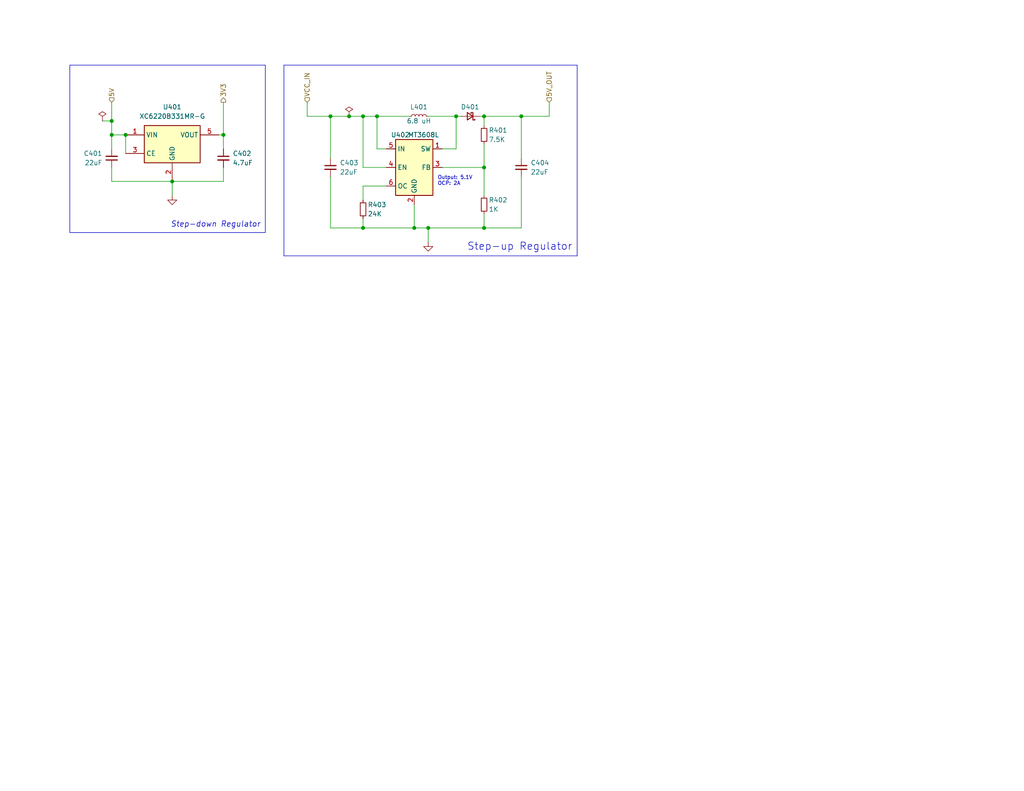
<source format=kicad_sch>
(kicad_sch (version 20230121) (generator eeschema)
  (paper "USLetter")
  (title_block (title "Power Management") (date "2023-02-08") (rev "A") (company "Joshua Butler, MD, MHI"))
  (lib_symbols
    (symbol "Device:C_Small" (pin_numbers hide) (pin_names (offset 0.254) hide)
      (property "Reference" "C" (at 0.254 1.778 0))
      (property "Value" "C_Small" (at 0.254 -2.032 0))
      (symbol "C_Small_0_1"
        (polyline (pts (xy -1.524 -0.508) (xy 1.524 -0.508)) (stroke (width 0.3302)))
        (polyline (pts (xy -1.524 0.508) (xy 1.524 0.508)) (stroke (width 0.3048)))
      )
      (symbol "C_Small_1_1"
        (pin passive line (at 0 2.54 270) (length 2.032) (name "~") (number "1"))
        (pin passive line (at 0 -2.54 90) (length 2.032) (name "~") (number "2"))
      )
    )
    (symbol "Device:D_Schottky_Small" (pin_numbers hide) (pin_names (offset 0.254) hide)
      (property "Reference" "D" (at -1.27 2.032 0))
      (property "Value" "D_Schottky_Small" (at -7.112 -2.032 0))
      (symbol "D_Schottky_Small_0_1"
        (polyline (pts (xy -0.762 0) (xy 0.762 0)))
        (polyline (pts (xy 0.762 -1.016) (xy -0.762 0) (xy 0.762 1.016) (xy 0.762 -1.016)) (stroke (width 0.254)))
        (polyline (pts (xy -1.27 0.762) (xy -1.27 1.016) (xy -0.762 1.016) (xy -0.762 -1.016) (xy -0.254 -1.016) (xy -0.254 -0.762)) (stroke (width 0.254)))
      )
      (symbol "D_Schottky_Small_1_1"
        (pin passive line (at -2.54 0 0) (length 1.778) (name "K") (number "1"))
        (pin passive line (at 2.54 0 180) (length 1.778) (name "A") (number "2"))
      )
    )
    (symbol "Device:L_Small" (pin_numbers hide) (pin_names (offset 0.254) hide)
      (property "Reference" "L" (at 0.762 1.016 0))
      (property "Value" "L_Small" (at 0.762 -1.016 0))
      (symbol "L_Small_0_1"
        (arc (start 0 -2.032) (mid 0.5058 -1.524) (end 0 -1.016))
        (arc (start 0 -1.016) (mid 0.5058 -0.508) (end 0 0))
        (arc (start 0 0) (mid 0.5058 0.508) (end 0 1.016))
        (arc (start 0 1.016) (mid 0.5058 1.524) (end 0 2.032))
      )
      (symbol "L_Small_1_1"
        (pin passive line (at 0 2.54 270) (length 0.508) (name "~") (number "1"))
        (pin passive line (at 0 -2.54 90) (length 0.508) (name "~") (number "2"))
      )
    )
    (symbol "Device:R_Small" (pin_numbers hide) (pin_names (offset 0.254) hide)
      (property "Reference" "R" (at 0.762 0.508 0))
      (property "Value" "R_Small" (at 0.762 -1.016 0))
      (symbol "R_Small_0_1"
        (rectangle (start -0.762 1.778) (end 0.762 -1.778) (stroke (width 0.2032)))
      )
      (symbol "R_Small_1_1"
        (pin passive line (at 0 2.54 270) (length 0.762) (name "~") (number "1"))
        (pin passive line (at 0 -2.54 90) (length 0.762) (name "~") (number "2"))
      )
    )
    (symbol "Regulator_Linear:XC6220B331MR"
      (property "Reference" "U" (at 0 8.89 0))
      (property "Value" "XC6220B331MR" (at 0 6.35 0))
      (symbol "XC6220B331MR_0_1"
        (rectangle (start -7.62 5.08) (end 7.62 -5.08) (stroke (width 0.254)) (fill (type background)))
      )
      (symbol "XC6220B331MR_1_1"
        (pin power_in line (at -12.7 2.54 0) (length 5.08) (name "VIN") (number "1"))
        (pin power_in line (at 0 -10.16 90) (length 5.08) (name "GND") (number "2"))
        (pin input line (at -12.7 -2.54 0) (length 5.08) (name "CE") (number "3"))
        (pin no_connect line (at 7.62 -2.54 180) (length 5.08) hide (name "NC") (number "4"))
        (pin power_out line (at 12.7 2.54 180) (length 5.08) (name "VOUT") (number "5"))
      )
    )
    (symbol "User Symbols:MT3608L"
      (property "Reference" "U" (at -3.81 6.35 0))
      (property "Value" "MT3608L" (at 2.54 6.35 0))
      (symbol "MT3608L_0_1"
        (rectangle (start -5.08 5.08) (end 5.08 -10.16) (stroke (width 0.254)) (fill (type background)))
      )
      (symbol "MT3608L_1_1"
        (pin passive line (at 7.62 2.54 180) (length 2.54) (name "SW") (number "1"))
        (pin power_in line (at 0 -12.7 90) (length 2.54) (name "GND") (number "2"))
        (pin input line (at 7.62 -2.54 180) (length 2.54) (name "FB") (number "3"))
        (pin input line (at -7.62 -2.54 0) (length 2.54) (name "EN") (number "4"))
        (pin power_in line (at -7.62 2.54 0) (length 2.54) (name "IN") (number "5"))
        (pin passive line (at -7.62 -7.62 0) (length 2.54) (name "OC") (number "6"))
      )
    )
    (symbol "power:GND" (power) (pin_names (offset 0))
      (property "Value" "GND" (at 0 -3.81 0))
      (symbol "GND_0_1"
        (polyline (pts (xy 0 0) (xy 0 -1.27) (xy 1.27 -1.27) (xy 0 -2.54) (xy -1.27 -1.27) (xy 0 -1.27)))
      )
      (symbol "GND_1_1"
        (pin power_in line (at 0 0 270) (length 0) hide (name "GND") (number "1"))
      )
    )
    (symbol "power:PWR_FLAG" (power) (pin_numbers hide) (pin_names (offset 0) hide)
      (property "Value" "PWR_FLAG" (at 0 3.81 0))
      (symbol "PWR_FLAG_0_0"
        (pin power_out line (at 0 0 90) (length 0) (name "pwr") (number "1"))
      )
      (symbol "PWR_FLAG_0_1"
        (polyline (pts (xy 0 0) (xy 0 1.27) (xy -1.016 1.905) (xy 0 2.54) (xy 1.016 1.905) (xy 0 1.27)))
      )
    )
  )
  (junction (at 60.96 36.83))
  (junction (at 113.03 62.23))
  (junction (at 34.29 36.83))
  (junction (at 142.24 31.75))
  (junction (at 30.48 36.83))
  (junction (at 46.99 49.53))
  (junction (at 102.87 31.75))
  (junction (at 95.25 31.75))
  (junction (at 124.46 31.75))
  (junction (at 132.08 31.75))
  (junction (at 90.17 31.75))
  (junction (at 116.84 62.23))
  (junction (at 30.48 33.02))
  (junction (at 132.08 62.23))
  (junction (at 99.06 31.75))
  (junction (at 132.08 45.72))
  (junction (at 99.06 62.23))
  (wire (pts (xy 60.96 36.83) (xy 60.96 40.64)))
  (wire (pts (xy 142.24 31.75) (xy 149.86 31.75)))
  (polyline (pts (xy 77.47 69.85) (xy 157.48 69.85)))
  (wire (pts (xy 30.48 49.53) (xy 46.99 49.53)))
  (wire (pts (xy 83.82 31.75) (xy 90.17 31.75)))
  (wire (pts (xy 99.06 62.23) (xy 113.03 62.23)))
  (wire (pts (xy 132.08 45.72) (xy 132.08 53.34)))
  (wire (pts (xy 83.82 27.94) (xy 83.82 31.75)))
  (wire (pts (xy 132.08 58.42) (xy 132.08 62.23)))
  (wire (pts (xy 90.17 48.26) (xy 90.17 62.23)))
  (wire (pts (xy 142.24 48.26) (xy 142.24 62.23)))
  (wire (pts (xy 34.29 36.83) (xy 34.29 41.91)))
  (wire (pts (xy 102.87 40.64) (xy 105.41 40.64)))
  (wire (pts (xy 132.08 31.75) (xy 132.08 34.29)))
  (wire (pts (xy 99.06 59.69) (xy 99.06 62.23)))
  (wire (pts (xy 46.99 53.34) (xy 46.99 49.53)))
  (wire (pts (xy 116.84 62.23) (xy 132.08 62.23)))
  (wire (pts (xy 30.48 36.83) (xy 30.48 40.64)))
  (wire (pts (xy 30.48 45.72) (xy 30.48 49.53)))
  (wire (pts (xy 60.96 49.53) (xy 46.99 49.53)))
  (wire (pts (xy 27.94 33.02) (xy 30.48 33.02)))
  (wire (pts (xy 99.06 31.75) (xy 102.87 31.75)))
  (wire (pts (xy 132.08 31.75) (xy 142.24 31.75)))
  (polyline (pts (xy 157.48 17.78) (xy 157.48 69.85)))
  (wire (pts (xy 142.24 31.75) (xy 142.24 43.18)))
  (wire (pts (xy 90.17 31.75) (xy 90.17 43.18)))
  (wire (pts (xy 149.86 27.94) (xy 149.86 31.75)))
  (polyline (pts (xy 19.05 17.78) (xy 19.05 63.5)))
  (wire (pts (xy 116.84 31.75) (xy 124.46 31.75)))
  (wire (pts (xy 99.06 50.8) (xy 99.06 54.61)))
  (polyline (pts (xy 77.47 17.78) (xy 77.47 69.85)))
  (wire (pts (xy 124.46 31.75) (xy 125.73 31.75)))
  (wire (pts (xy 30.48 33.02) (xy 30.48 36.83)))
  (wire (pts (xy 60.96 45.72) (xy 60.96 49.53)))
  (wire (pts (xy 132.08 39.37) (xy 132.08 45.72)))
  (wire (pts (xy 30.48 27.94) (xy 30.48 33.02)))
  (wire (pts (xy 116.84 62.23) (xy 116.84 66.04)))
  (wire (pts (xy 30.48 36.83) (xy 34.29 36.83)))
  (wire (pts (xy 105.41 50.8) (xy 99.06 50.8)))
  (polyline (pts (xy 77.47 17.78) (xy 157.48 17.78)))
  (wire (pts (xy 99.06 45.72) (xy 99.06 31.75)))
  (wire (pts (xy 132.08 62.23) (xy 142.24 62.23)))
  (wire (pts (xy 90.17 62.23) (xy 99.06 62.23)))
  (wire (pts (xy 102.87 31.75) (xy 102.87 40.64)))
  (polyline (pts (xy 72.39 17.78) (xy 72.39 63.5)))
  (wire (pts (xy 102.87 31.75) (xy 111.76 31.75)))
  (wire (pts (xy 105.41 45.72) (xy 99.06 45.72)))
  (polyline (pts (xy 72.39 63.5) (xy 19.05 63.5)))
  (wire (pts (xy 130.81 31.75) (xy 132.08 31.75)))
  (wire (pts (xy 113.03 55.88) (xy 113.03 62.23)))
  (wire (pts (xy 113.03 62.23) (xy 116.84 62.23)))
  (wire (pts (xy 90.17 31.75) (xy 95.25 31.75)))
  (wire (pts (xy 59.69 36.83) (xy 60.96 36.83)))
  (wire (pts (xy 124.46 40.64) (xy 124.46 31.75)))
  (wire (pts (xy 120.65 45.72) (xy 132.08 45.72)))
  (wire (pts (xy 95.25 31.75) (xy 99.06 31.75)))
  (polyline (pts (xy 19.05 17.78) (xy 72.39 17.78)))
  (wire (pts (xy 60.96 27.94) (xy 60.96 36.83)))
  (wire (pts (xy 120.65 40.64) (xy 124.46 40.64)))
  (text "Step-up Regulator" (at 156.21 68.58 0) (effects (font (size 2 2)) (justify right bottom)))
  (text "Output: 5.1V\nOCP: 2A" (at 119.38 50.8 0) (effects (font (size 1 1)) (justify left bottom)))
  (text "Step-down Regulator" (at 71.12 62.23 0) (effects (font (size 1.5 1.5) italic) (justify right bottom)))
  (hierarchical_label "VCC_IN" (shape input) (at 83.82 27.94 90))
  (hierarchical_label "5V" (shape input) (at 30.48 27.94 90) (property "Intersheetrefs" "${INTERSHEET_REFS}" (effects hide)))
  (hierarchical_label "3V3" (shape output) (at 60.96 27.94 90) (property "Intersheetrefs" "${INTERSHEET_REFS}" (effects hide)))
  (hierarchical_label "5V_OUT" (shape input) (at 149.86 27.94 90))
  (symbol (lib_id "Device:R_Small") (at 132.08 55.88 0) (unit 1)
    (property "Reference" "R402" (at 133.35 54.61 0) (effects (justify left)))
    (property "Value" "1K" (at 133.35 57.15 0) (effects (justify left)))
    (property "Footprint" "Resistor_SMD:R_0805_2012Metric" (effects hide))
    (property "LCSC" "C17513" (effects hide))
  )
  (symbol (lib_id "Device:C_Small") (at 90.17 45.72 0) (unit 1)
    (property "Reference" "C403" (at 92.71 44.4562 0) (effects (justify left)))
    (property "Value" "22uF" (at 92.71 46.9962 0) (effects (justify left)))
    (property "Footprint" "Capacitor_SMD:C_0603_1608Metric" (effects hide))
    (property "LCSC" "C59461" (effects hide))
  )
  (symbol (lib_id "power:PWR_FLAG") (at 27.94 33.02 0) (unit 1)
    (property "Reference" "#FLG0402" (effects hide))
    (property "Value" "PWR_FLAG" (effects hide))
  )
  (symbol (lib_id "power:GND") (at 46.99 53.34 0) (unit 1)
    (property "Reference" "#PWR0401" (effects hide))
    (property "Value" "GND" (effects hide))
  )
  (symbol (lib_id "Device:R_Small") (at 132.08 36.83 0) (unit 1)
    (property "Reference" "R401" (at 133.35 35.56 0) (effects (justify left)))
    (property "Value" "7.5K" (at 133.35 38.1 0) (effects (justify left)))
    (property "Footprint" "Resistor_SMD:R_0805_2012Metric" (effects hide))
    (property "LCSC" "C17807" (effects hide))
  )
  (symbol (lib_id "Device:C_Small") (at 142.24 45.72 0) (unit 1)
    (property "Reference" "C404" (at 144.78 44.4562 0) (effects (justify left)))
    (property "Value" "22uF" (at 144.78 46.9962 0) (effects (justify left)))
    (property "Footprint" "Capacitor_SMD:C_0603_1608Metric" (effects hide))
    (property "LCSC" "C59461" (effects hide))
  )
  (symbol (lib_id "Device:D_Schottky_Small") (at 128.27 31.75 180) (unit 1)
    (property "Reference" "D401" (at 128.27 29.21 0))
    (property "Value" "D_Schottky" (effects hide))
    (property "Footprint" "Diode_SMD:D_SMA" (effects hide))
    (property "LCSC" "C2480" (effects hide))
  )
  (symbol (lib_id "Regulator_Linear:XC6220B331MR") (at 46.99 39.37 0) (unit 1)
    (property "Reference" "U401" (at 46.99 29.21 0))
    (property "Value" "XC6220B331MR-G" (at 46.99 31.75 0))
    (property "Footprint" "Package_TO_SOT_SMD:SOT-23-5" (effects hide))
    (property "Datasheet" "https://www.torexsemi.com/file/xc6220/XC6220.pdf" (effects hide))
    (property "LCSC" "C86534" (effects hide))
  )
  (symbol (lib_id "power:GND") (at 116.84 66.04 0) (unit 1)
    (property "Reference" "#PWR0402" (effects hide))
    (property "Value" "GND" (effects hide))
  )
  (symbol (lib_id "Device:L_Small") (at 114.3 31.75 90) (unit 1)
    (property "Reference" "L401" (at 114.3 29.21 90))
    (property "Value" "6.8 uH" (at 114.3 33.02 90))
    (property "Footprint" "Inductor_SMD:L_6.0x6.0_H4.5" (effects hide))
    (property "LCSC" "C57254" (effects hide))
  )
  (symbol (lib_id "Device:R_Small") (at 99.06 57.15 0) (unit 1)
    (property "Reference" "R403" (at 100.33 55.88 0) (effects (justify left)))
    (property "Value" "24K" (at 100.33 58.42 0) (effects (justify left)))
    (property "Footprint" "Resistor_SMD:R_0805_2012Metric" (effects hide))
    (property "LCSC" "C17575" (effects hide))
    (property "MFR_PART_NBR" "0805W8F2402T5E" (effects hide))
  )
  (symbol (lib_id "Device:C_Small") (at 30.48 43.18 0) (mirror x) (unit 1)
    (property "Reference" "C401" (at 27.94 41.9035 0) (effects (justify right)))
    (property "Value" "22uF" (at 27.94 44.4435 0) (effects (justify right)))
    (property "Footprint" "Capacitor_SMD:C_0603_1608Metric" (effects hide))
    (property "LCSC" "C59461" (effects hide))
  )
  (symbol (lib_id "Device:C_Small") (at 60.96 43.18 0) (unit 1)
    (property "Reference" "C402" (at 63.5 41.9162 0) (effects (justify left)))
    (property "Value" "4.7uF" (at 63.5 44.4562 0) (effects (justify left)))
    (property "Footprint" "Capacitor_SMD:C_0603_1608Metric" (effects hide))
    (property "LCSC" "C19666" (effects hide))
  )
  (symbol (lib_id "User Symbols:MT3608L") (at 113.03 43.18 0) (unit 1)
    (property "Reference" "U402" (at 109.22 36.83 0))
    (property "Value" "MT3608L" (at 115.57 36.83 0))
    (property "Footprint" "Package_TO_SOT_SMD:SOT-23-6" (effects hide))
    (property "Datasheet" "https://datasheet.lcsc.com/lcsc/2201121530_XI-AN-Aerosemi-Tech-MT3608L_C2932326.pdf" (effects hide))
    (property "LCSC" "C2932326" (effects hide))
  )
  (symbol (lib_id "power:PWR_FLAG") (at 95.25 31.75 0) (unit 1)
    (property "Reference" "#FLG0401" (effects hide))
    (property "Value" "PWR_FLAG" (effects hide))
  )
)
</source>
